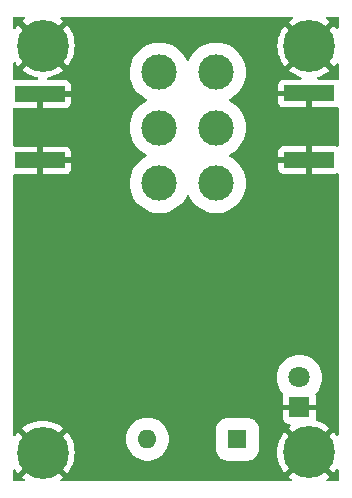
<source format=gbr>
%TF.GenerationSoftware,KiCad,Pcbnew,8.99.0-unknown-8e286d44fc~178~ubuntu22.04.1*%
%TF.CreationDate,2024-05-21T21:22:49+05:30*%
%TF.ProjectId,MiniSWR-Interface,4d696e69-5357-4522-9d49-6e7465726661,rev?*%
%TF.SameCoordinates,Original*%
%TF.FileFunction,Copper,L2,Bot*%
%TF.FilePolarity,Positive*%
%FSLAX46Y46*%
G04 Gerber Fmt 4.6, Leading zero omitted, Abs format (unit mm)*
G04 Created by KiCad (PCBNEW 8.99.0-unknown-8e286d44fc~178~ubuntu22.04.1) date 2024-05-21 21:22:49*
%MOMM*%
%LPD*%
G01*
G04 APERTURE LIST*
%TA.AperFunction,ComponentPad*%
%ADD10C,0.700000*%
%TD*%
%TA.AperFunction,ComponentPad*%
%ADD11C,4.400000*%
%TD*%
%TA.AperFunction,ComponentPad*%
%ADD12R,1.600000X1.600000*%
%TD*%
%TA.AperFunction,ComponentPad*%
%ADD13O,1.600000X1.600000*%
%TD*%
%TA.AperFunction,ComponentPad*%
%ADD14C,3.000000*%
%TD*%
%TA.AperFunction,SMDPad,CuDef*%
%ADD15R,4.200000X1.350000*%
%TD*%
%TA.AperFunction,ComponentPad*%
%ADD16R,1.800000X1.800000*%
%TD*%
%TA.AperFunction,ComponentPad*%
%ADD17C,1.800000*%
%TD*%
%TA.AperFunction,ViaPad*%
%ADD18C,0.800000*%
%TD*%
G04 APERTURE END LIST*
D10*
%TO.P,H4,1,1*%
%TO.N,GND*%
X118986726Y-102213274D03*
X119470000Y-101046548D03*
X119470000Y-103380000D03*
X120636726Y-100563274D03*
D11*
X120636726Y-102213274D03*
D10*
X120636726Y-103863274D03*
X121803452Y-101046548D03*
X121803452Y-103380000D03*
X122286726Y-102213274D03*
%TD*%
D12*
%TO.P,D1,1,K*%
%TO.N,Net-(D1-K)*%
X137133984Y-101070000D03*
D13*
%TO.P,D1,2,A*%
%TO.N,Net-(D1-A)*%
X129513984Y-101070000D03*
%TD*%
D14*
%TO.P,SW1,1,A*%
%TO.N,Net-(SW1A-A)*%
X130530000Y-70010000D03*
%TO.P,SW1,2,B*%
%TO.N,Net-(J1-In)*%
X130530000Y-74710000D03*
%TO.P,SW1,3,C*%
%TO.N,Net-(SW1A-C)*%
X130530000Y-79410000D03*
%TO.P,SW1,4,A*%
%TO.N,Net-(SW1A-A)*%
X135330000Y-70010000D03*
%TO.P,SW1,5,B*%
%TO.N,Net-(J2-In)*%
X135330000Y-74710000D03*
%TO.P,SW1,6,C*%
%TO.N,Net-(SW1B-C)*%
X135330000Y-79410000D03*
%TD*%
D10*
%TO.P,H3,1,1*%
%TO.N,GND*%
X141540000Y-102190000D03*
X142023274Y-101023274D03*
X142023274Y-103356726D03*
X143190000Y-100540000D03*
D11*
X143190000Y-102190000D03*
D10*
X143190000Y-103840000D03*
X144356726Y-101023274D03*
X144356726Y-103356726D03*
X144840000Y-102190000D03*
%TD*%
D15*
%TO.P,J2,2,Ext*%
%TO.N,GND*%
X143187500Y-77455000D03*
X143187500Y-71805000D03*
%TD*%
D10*
%TO.P,H1,1,1*%
%TO.N,GND*%
X118993274Y-67746726D03*
X119476548Y-66580000D03*
X119476548Y-68913452D03*
X120643274Y-66096726D03*
D11*
X120643274Y-67746726D03*
D10*
X120643274Y-69396726D03*
X121810000Y-66580000D03*
X121810000Y-68913452D03*
X122293274Y-67746726D03*
%TD*%
D16*
%TO.P,LED1,1,K*%
%TO.N,GND*%
X142380000Y-98390000D03*
D17*
%TO.P,LED1,2,A*%
%TO.N,Net-(LED1-A)*%
X142380000Y-95850000D03*
%TD*%
D15*
%TO.P,J1,2,Ext*%
%TO.N,GND*%
X120450000Y-71825000D03*
X120450000Y-77475000D03*
%TD*%
D10*
%TO.P,H2,1,1*%
%TO.N,GND*%
X141570000Y-67790000D03*
X142053274Y-66623274D03*
X142053274Y-68956726D03*
X143220000Y-66140000D03*
D11*
X143220000Y-67790000D03*
D10*
X143220000Y-69440000D03*
X144386726Y-66623274D03*
X144386726Y-68956726D03*
X144870000Y-67790000D03*
%TD*%
D18*
%TO.N,GND*%
X118960000Y-77480000D03*
X143500000Y-77450000D03*
X126010000Y-70640000D03*
X125360000Y-100330000D03*
X125380000Y-101420000D03*
X142410000Y-83730000D03*
X142380000Y-81540000D03*
X136020000Y-67110000D03*
X123870000Y-71720000D03*
X143510000Y-83730000D03*
X120050000Y-71850000D03*
X124890000Y-67400000D03*
X119900000Y-77470000D03*
X121200000Y-71850000D03*
X124890000Y-69520000D03*
X125380000Y-103540000D03*
X144400000Y-77400000D03*
X143500000Y-82630000D03*
X143600000Y-71850000D03*
X143480000Y-81540000D03*
X123790000Y-69520000D03*
X125950000Y-67410000D03*
X138210000Y-67080000D03*
X144540000Y-81550000D03*
X141600000Y-71800000D03*
X124870000Y-66310000D03*
X126450000Y-102530000D03*
X144570000Y-83740000D03*
X124950000Y-70630000D03*
X125950000Y-69530000D03*
X125960000Y-68510000D03*
X126440000Y-103550000D03*
X144600000Y-71850000D03*
X126030000Y-71730000D03*
X118950000Y-71850000D03*
X142400000Y-84750000D03*
X124280000Y-101420000D03*
X142550000Y-77450000D03*
X124970000Y-71720000D03*
X143500000Y-84750000D03*
X123790000Y-67400000D03*
X142600000Y-71850000D03*
X139230000Y-67090000D03*
X121850000Y-77440000D03*
X124280000Y-103540000D03*
X141650000Y-77450000D03*
X144560000Y-84760000D03*
X142400000Y-82630000D03*
X124260000Y-100330000D03*
X139240000Y-66030000D03*
X144560000Y-82640000D03*
X123850000Y-70630000D03*
X125390000Y-102520000D03*
X122150000Y-71850000D03*
X120910000Y-77480000D03*
X123770000Y-66310000D03*
X124900000Y-68500000D03*
X137120000Y-66030000D03*
X123800000Y-68500000D03*
X125930000Y-66320000D03*
X124290000Y-102520000D03*
X136030000Y-66050000D03*
X138220000Y-66020000D03*
X137110000Y-67090000D03*
%TD*%
%TA.AperFunction,Conductor*%
%TO.N,GND*%
G36*
X119797693Y-102929876D02*
G01*
X119920124Y-103052307D01*
X120053988Y-103149564D01*
X118911756Y-104291796D01*
X119086104Y-104428389D01*
X119126737Y-104485229D01*
X119130189Y-104555013D01*
X119095365Y-104615586D01*
X119033321Y-104647716D01*
X119009631Y-104650000D01*
X118259500Y-104650000D01*
X118192461Y-104630315D01*
X118146706Y-104577511D01*
X118135500Y-104526000D01*
X118135500Y-103739577D01*
X118155185Y-103672538D01*
X118207989Y-103626783D01*
X118277147Y-103616839D01*
X118340703Y-103645864D01*
X118365617Y-103675428D01*
X118410603Y-103749845D01*
X118410606Y-103749849D01*
X118558202Y-103938242D01*
X119700434Y-102796010D01*
X119797693Y-102929876D01*
G37*
%TD.AperFunction*%
%TA.AperFunction,Conductor*%
G36*
X141757880Y-65310185D02*
G01*
X141803635Y-65362989D01*
X141813579Y-65432147D01*
X141784554Y-65495703D01*
X141754991Y-65520617D01*
X141683422Y-65563881D01*
X141683416Y-65563886D01*
X141495030Y-65711474D01*
X141495029Y-65711476D01*
X142637262Y-66853709D01*
X142503398Y-66950967D01*
X142380967Y-67073398D01*
X142283709Y-67207262D01*
X141141476Y-66065029D01*
X141141474Y-66065030D01*
X140993886Y-66253416D01*
X140993881Y-66253422D01*
X140824898Y-66532956D01*
X140824897Y-66532958D01*
X140690839Y-66830824D01*
X140690835Y-66830835D01*
X140593667Y-67142658D01*
X140534786Y-67463961D01*
X140515065Y-67790000D01*
X140534786Y-68116038D01*
X140593667Y-68437341D01*
X140690835Y-68749164D01*
X140690839Y-68749175D01*
X140824897Y-69047041D01*
X140824898Y-69047043D01*
X140993881Y-69326576D01*
X141141476Y-69514968D01*
X142283708Y-68372736D01*
X142380967Y-68506602D01*
X142503398Y-68629033D01*
X142637262Y-68726290D01*
X141495030Y-69868522D01*
X141495030Y-69868523D01*
X141683423Y-70016118D01*
X141962956Y-70185101D01*
X141962958Y-70185102D01*
X142260824Y-70319160D01*
X142260835Y-70319164D01*
X142480500Y-70387615D01*
X142538648Y-70426352D01*
X142566622Y-70490378D01*
X142555540Y-70559363D01*
X142508922Y-70611406D01*
X142443610Y-70630000D01*
X141039655Y-70630000D01*
X140980127Y-70636401D01*
X140980120Y-70636403D01*
X140845413Y-70686645D01*
X140845406Y-70686649D01*
X140730312Y-70772809D01*
X140730309Y-70772812D01*
X140644149Y-70887906D01*
X140644145Y-70887913D01*
X140593903Y-71022620D01*
X140593901Y-71022627D01*
X140587500Y-71082155D01*
X140587500Y-71555000D01*
X143313500Y-71555000D01*
X143380539Y-71574685D01*
X143426294Y-71627489D01*
X143437500Y-71679000D01*
X143437500Y-72980000D01*
X145335328Y-72980000D01*
X145335344Y-72979999D01*
X145394872Y-72973598D01*
X145394879Y-72973596D01*
X145532667Y-72922205D01*
X145602358Y-72917221D01*
X145663681Y-72950706D01*
X145697166Y-73012029D01*
X145700000Y-73038387D01*
X145700000Y-76221612D01*
X145680315Y-76288651D01*
X145627511Y-76334406D01*
X145558353Y-76344350D01*
X145532667Y-76337794D01*
X145394880Y-76286403D01*
X145394872Y-76286401D01*
X145335344Y-76280000D01*
X143437500Y-76280000D01*
X143437500Y-78630000D01*
X145335328Y-78630000D01*
X145335344Y-78629999D01*
X145394872Y-78623598D01*
X145394879Y-78623596D01*
X145532667Y-78572205D01*
X145602358Y-78567221D01*
X145663681Y-78600706D01*
X145697166Y-78662029D01*
X145700000Y-78688387D01*
X145700000Y-100678210D01*
X145680315Y-100745249D01*
X145627511Y-100791004D01*
X145558353Y-100800948D01*
X145494797Y-100771923D01*
X145469883Y-100742360D01*
X145416118Y-100653423D01*
X145268522Y-100465030D01*
X144126290Y-101607261D01*
X144029033Y-101473398D01*
X143906602Y-101350967D01*
X143772736Y-101253709D01*
X144914968Y-100111476D01*
X144726576Y-99963881D01*
X144447043Y-99794898D01*
X144447041Y-99794897D01*
X144149175Y-99660839D01*
X144149168Y-99660836D01*
X143849742Y-99567531D01*
X143791595Y-99528793D01*
X143763621Y-99464768D01*
X143770452Y-99405810D01*
X143773597Y-99397377D01*
X143773598Y-99397372D01*
X143779999Y-99337844D01*
X143780000Y-99337827D01*
X143780000Y-98640000D01*
X142755278Y-98640000D01*
X142799333Y-98563694D01*
X142830000Y-98449244D01*
X142830000Y-98330756D01*
X142799333Y-98216306D01*
X142755278Y-98140000D01*
X143780000Y-98140000D01*
X143780000Y-97442172D01*
X143779999Y-97442155D01*
X143773598Y-97382627D01*
X143773597Y-97382623D01*
X143742800Y-97300052D01*
X143737816Y-97230360D01*
X143771299Y-97169039D01*
X143832093Y-97108246D01*
X143996380Y-96888785D01*
X144127762Y-96648176D01*
X144223565Y-96391320D01*
X144281838Y-96123443D01*
X144301395Y-95850000D01*
X144281838Y-95576557D01*
X144223565Y-95308680D01*
X144127762Y-95051824D01*
X144127760Y-95051821D01*
X144127759Y-95051817D01*
X143996383Y-94811220D01*
X143996382Y-94811219D01*
X143996380Y-94811215D01*
X143832093Y-94591754D01*
X143832088Y-94591749D01*
X143832083Y-94591743D01*
X143638256Y-94397916D01*
X143638250Y-94397911D01*
X143638246Y-94397907D01*
X143418785Y-94233620D01*
X143418780Y-94233617D01*
X143418779Y-94233616D01*
X143178181Y-94102240D01*
X143178182Y-94102240D01*
X143075433Y-94063916D01*
X142921320Y-94006435D01*
X142921317Y-94006434D01*
X142921311Y-94006432D01*
X142653448Y-93948162D01*
X142380001Y-93928605D01*
X142379999Y-93928605D01*
X142106551Y-93948162D01*
X141838688Y-94006432D01*
X141581817Y-94102240D01*
X141341220Y-94233616D01*
X141341219Y-94233617D01*
X141121755Y-94397906D01*
X141121743Y-94397916D01*
X140927916Y-94591743D01*
X140927906Y-94591755D01*
X140763617Y-94811219D01*
X140763616Y-94811220D01*
X140632240Y-95051817D01*
X140536432Y-95308688D01*
X140478162Y-95576551D01*
X140458605Y-95849998D01*
X140458605Y-95850001D01*
X140478162Y-96123448D01*
X140536432Y-96391311D01*
X140632240Y-96648182D01*
X140763616Y-96888779D01*
X140763617Y-96888780D01*
X140763620Y-96888785D01*
X140927907Y-97108246D01*
X140988699Y-97169038D01*
X141022183Y-97230359D01*
X141017199Y-97300050D01*
X140986403Y-97382617D01*
X140986401Y-97382627D01*
X140980000Y-97442155D01*
X140980000Y-98140000D01*
X142004722Y-98140000D01*
X141960667Y-98216306D01*
X141930000Y-98330756D01*
X141930000Y-98449244D01*
X141960667Y-98563694D01*
X142004722Y-98640000D01*
X140980000Y-98640000D01*
X140980000Y-99337844D01*
X140986401Y-99397372D01*
X140986403Y-99397379D01*
X141036645Y-99532086D01*
X141036649Y-99532093D01*
X141122809Y-99647187D01*
X141122812Y-99647190D01*
X141237906Y-99733350D01*
X141237913Y-99733354D01*
X141372620Y-99783596D01*
X141372627Y-99783598D01*
X141432155Y-99789999D01*
X141432172Y-99790000D01*
X141516027Y-99790000D01*
X141583066Y-99809685D01*
X141628821Y-99862489D01*
X141638765Y-99931647D01*
X141609740Y-99995203D01*
X141592499Y-100011611D01*
X141465030Y-100111474D01*
X141465029Y-100111476D01*
X142607262Y-101253709D01*
X142473398Y-101350967D01*
X142350967Y-101473398D01*
X142253709Y-101607262D01*
X141111476Y-100465029D01*
X141111474Y-100465030D01*
X140963886Y-100653416D01*
X140963881Y-100653422D01*
X140794898Y-100932956D01*
X140794897Y-100932958D01*
X140660839Y-101230824D01*
X140660835Y-101230835D01*
X140563667Y-101542658D01*
X140504786Y-101863961D01*
X140485065Y-102190000D01*
X140504786Y-102516038D01*
X140563667Y-102837341D01*
X140660835Y-103149164D01*
X140660839Y-103149175D01*
X140794897Y-103447041D01*
X140794898Y-103447043D01*
X140963881Y-103726576D01*
X141111476Y-103914968D01*
X142253708Y-102772736D01*
X142350967Y-102906602D01*
X142473398Y-103029033D01*
X142607262Y-103126290D01*
X141465030Y-104268522D01*
X141465030Y-104268523D01*
X141653424Y-104416119D01*
X141653428Y-104416122D01*
X141659649Y-104419883D01*
X141706837Y-104471410D01*
X141718676Y-104540270D01*
X141691408Y-104604599D01*
X141633689Y-104643973D01*
X141595500Y-104650000D01*
X122263822Y-104650000D01*
X122196783Y-104630315D01*
X122151028Y-104577511D01*
X122141084Y-104508353D01*
X122170109Y-104444797D01*
X122187349Y-104428389D01*
X122361694Y-104291797D01*
X122361694Y-104291796D01*
X121219463Y-103149564D01*
X121353328Y-103052307D01*
X121475759Y-102929876D01*
X121573016Y-102796011D01*
X122715248Y-103938242D01*
X122715249Y-103938242D01*
X122862838Y-103749860D01*
X123031827Y-103470317D01*
X123031828Y-103470315D01*
X123165886Y-103172449D01*
X123165890Y-103172438D01*
X123263058Y-102860615D01*
X123321939Y-102539312D01*
X123341660Y-102213274D01*
X123321939Y-101887235D01*
X123263058Y-101565932D01*
X123165890Y-101254109D01*
X123165886Y-101254098D01*
X123083028Y-101069995D01*
X127692390Y-101069995D01*
X127692390Y-101070004D01*
X127712735Y-101341492D01*
X127712735Y-101341494D01*
X127773314Y-101606910D01*
X127773316Y-101606919D01*
X127773318Y-101606924D01*
X127872785Y-101860360D01*
X128008912Y-102096140D01*
X128083762Y-102189999D01*
X128178664Y-102309003D01*
X128317119Y-102437469D01*
X128378239Y-102494180D01*
X128603187Y-102647547D01*
X128603192Y-102647549D01*
X128603193Y-102647550D01*
X128603194Y-102647551D01*
X128733469Y-102710287D01*
X128848477Y-102765672D01*
X128848478Y-102765672D01*
X128848481Y-102765674D01*
X129108641Y-102845923D01*
X129108642Y-102845923D01*
X129108645Y-102845924D01*
X129377848Y-102886499D01*
X129377853Y-102886499D01*
X129377856Y-102886500D01*
X129377857Y-102886500D01*
X129650111Y-102886500D01*
X129650112Y-102886500D01*
X129650119Y-102886499D01*
X129919322Y-102845924D01*
X129919323Y-102845923D01*
X129919327Y-102845923D01*
X130179487Y-102765674D01*
X130424781Y-102647547D01*
X130649729Y-102494180D01*
X130849307Y-102308999D01*
X131019056Y-102096140D01*
X131155183Y-101860360D01*
X131254650Y-101606924D01*
X131315232Y-101341494D01*
X131330305Y-101140360D01*
X131335578Y-101070004D01*
X131335578Y-101069995D01*
X131315232Y-100798507D01*
X131315232Y-100798505D01*
X131254653Y-100533089D01*
X131254652Y-100533088D01*
X131254650Y-100533076D01*
X131155183Y-100279640D01*
X131120788Y-100220066D01*
X135317484Y-100220066D01*
X135317484Y-101919934D01*
X135321006Y-101955690D01*
X135332192Y-102069271D01*
X135390317Y-102260881D01*
X135484702Y-102437463D01*
X135484704Y-102437465D01*
X135484706Y-102437469D01*
X135531247Y-102494180D01*
X135611731Y-102592252D01*
X135664463Y-102635527D01*
X135766515Y-102719278D01*
X135766518Y-102719280D01*
X135766520Y-102719281D01*
X135898450Y-102789799D01*
X135943104Y-102813667D01*
X136134715Y-102871792D01*
X136284050Y-102886500D01*
X136284053Y-102886500D01*
X137983915Y-102886500D01*
X137983918Y-102886500D01*
X138133253Y-102871792D01*
X138324864Y-102813667D01*
X138501453Y-102719278D01*
X138656236Y-102592252D01*
X138783262Y-102437469D01*
X138877651Y-102260880D01*
X138935776Y-102069269D01*
X138950484Y-101919934D01*
X138950484Y-100220066D01*
X138935776Y-100070731D01*
X138877651Y-99879120D01*
X138830015Y-99789999D01*
X138783265Y-99702536D01*
X138783264Y-99702534D01*
X138783262Y-99702531D01*
X138688401Y-99586941D01*
X138656236Y-99547747D01*
X138575785Y-99481724D01*
X138501453Y-99420722D01*
X138501449Y-99420720D01*
X138501447Y-99420718D01*
X138324865Y-99326333D01*
X138133255Y-99268208D01*
X138073519Y-99262324D01*
X137983918Y-99253500D01*
X136284050Y-99253500D01*
X136209382Y-99260854D01*
X136134712Y-99268208D01*
X135943102Y-99326333D01*
X135766520Y-99420718D01*
X135611731Y-99547747D01*
X135484702Y-99702536D01*
X135390317Y-99879118D01*
X135332192Y-100070728D01*
X135332192Y-100070731D01*
X135317484Y-100220066D01*
X131120788Y-100220066D01*
X131019056Y-100043860D01*
X130849307Y-99831001D01*
X130849306Y-99831000D01*
X130849303Y-99830996D01*
X130649729Y-99645820D01*
X130534900Y-99567531D01*
X130424781Y-99492453D01*
X130424777Y-99492451D01*
X130424774Y-99492449D01*
X130424773Y-99492448D01*
X130179489Y-99374327D01*
X130179491Y-99374327D01*
X129919328Y-99294077D01*
X129919322Y-99294075D01*
X129650119Y-99253500D01*
X129650112Y-99253500D01*
X129377856Y-99253500D01*
X129377848Y-99253500D01*
X129108645Y-99294075D01*
X129108639Y-99294077D01*
X128848477Y-99374327D01*
X128603194Y-99492448D01*
X128603193Y-99492449D01*
X128378238Y-99645820D01*
X128178664Y-99830996D01*
X128008912Y-100043860D01*
X127872785Y-100279639D01*
X127773320Y-100533070D01*
X127773314Y-100533089D01*
X127712735Y-100798505D01*
X127712735Y-100798507D01*
X127692390Y-101069995D01*
X123083028Y-101069995D01*
X123031828Y-100956232D01*
X123031827Y-100956230D01*
X122862844Y-100676697D01*
X122715248Y-100488304D01*
X121573016Y-101630536D01*
X121475759Y-101496672D01*
X121353328Y-101374241D01*
X121219462Y-101276983D01*
X122361694Y-100134750D01*
X122173302Y-99987155D01*
X121893769Y-99818172D01*
X121893767Y-99818171D01*
X121595901Y-99684113D01*
X121595890Y-99684109D01*
X121284067Y-99586941D01*
X120962764Y-99528060D01*
X120636726Y-99508339D01*
X120310687Y-99528060D01*
X119989384Y-99586941D01*
X119677561Y-99684109D01*
X119677550Y-99684113D01*
X119379684Y-99818171D01*
X119379682Y-99818172D01*
X119100148Y-99987155D01*
X119100142Y-99987160D01*
X118911756Y-100134748D01*
X118911755Y-100134750D01*
X120053988Y-101276983D01*
X119920124Y-101374241D01*
X119797693Y-101496672D01*
X119700435Y-101630536D01*
X118558202Y-100488303D01*
X118558200Y-100488304D01*
X118410612Y-100676690D01*
X118410607Y-100676696D01*
X118365617Y-100751120D01*
X118314089Y-100798307D01*
X118245230Y-100810146D01*
X118180901Y-100782877D01*
X118141527Y-100725159D01*
X118135500Y-100686970D01*
X118135500Y-78770126D01*
X118155185Y-78703087D01*
X118207989Y-78657332D01*
X118272760Y-78646837D01*
X118302165Y-78649999D01*
X118302172Y-78650000D01*
X120200000Y-78650000D01*
X120700000Y-78650000D01*
X122597828Y-78650000D01*
X122597844Y-78649999D01*
X122657372Y-78643598D01*
X122657379Y-78643596D01*
X122792086Y-78593354D01*
X122792093Y-78593350D01*
X122907187Y-78507190D01*
X122907190Y-78507187D01*
X122993350Y-78392093D01*
X122993354Y-78392086D01*
X123043596Y-78257379D01*
X123043598Y-78257372D01*
X123049999Y-78197844D01*
X123050000Y-78197827D01*
X123050000Y-77725000D01*
X120700000Y-77725000D01*
X120700000Y-78650000D01*
X120200000Y-78650000D01*
X120200000Y-77225000D01*
X120700000Y-77225000D01*
X123050000Y-77225000D01*
X123050000Y-76752172D01*
X123049999Y-76752155D01*
X123043598Y-76692627D01*
X123043596Y-76692620D01*
X122993354Y-76557913D01*
X122993350Y-76557906D01*
X122907190Y-76442812D01*
X122907187Y-76442809D01*
X122792093Y-76356649D01*
X122792086Y-76356645D01*
X122657379Y-76306403D01*
X122657372Y-76306401D01*
X122597844Y-76300000D01*
X120700000Y-76300000D01*
X120700000Y-77225000D01*
X120200000Y-77225000D01*
X120200000Y-76300000D01*
X118302155Y-76300000D01*
X118272756Y-76303162D01*
X118203997Y-76290758D01*
X118152859Y-76243148D01*
X118135500Y-76179873D01*
X118135500Y-73120126D01*
X118155185Y-73053087D01*
X118207989Y-73007332D01*
X118272760Y-72996837D01*
X118302165Y-72999999D01*
X118302172Y-73000000D01*
X120200000Y-73000000D01*
X120700000Y-73000000D01*
X122597828Y-73000000D01*
X122597844Y-72999999D01*
X122657372Y-72993598D01*
X122657379Y-72993596D01*
X122792086Y-72943354D01*
X122792093Y-72943350D01*
X122907187Y-72857190D01*
X122907190Y-72857187D01*
X122993350Y-72742093D01*
X122993354Y-72742086D01*
X123043596Y-72607379D01*
X123043598Y-72607372D01*
X123049999Y-72547844D01*
X123050000Y-72547827D01*
X123050000Y-72075000D01*
X120700000Y-72075000D01*
X120700000Y-73000000D01*
X120200000Y-73000000D01*
X120200000Y-71699000D01*
X120219685Y-71631961D01*
X120272489Y-71586206D01*
X120324000Y-71575000D01*
X123050000Y-71575000D01*
X123050000Y-71102172D01*
X123049999Y-71102155D01*
X123043598Y-71042627D01*
X123043596Y-71042620D01*
X122993354Y-70907913D01*
X122993350Y-70907906D01*
X122907190Y-70792812D01*
X122907187Y-70792809D01*
X122792093Y-70706649D01*
X122792086Y-70706645D01*
X122657379Y-70656403D01*
X122657372Y-70656401D01*
X122597844Y-70650000D01*
X121143957Y-70650000D01*
X121076918Y-70630315D01*
X121031163Y-70577511D01*
X121021219Y-70508353D01*
X121050244Y-70444797D01*
X121109022Y-70407023D01*
X121121605Y-70404031D01*
X121290615Y-70373058D01*
X121602438Y-70275890D01*
X121602449Y-70275886D01*
X121900315Y-70141828D01*
X121900317Y-70141827D01*
X122118396Y-70009994D01*
X128008524Y-70009994D01*
X128008524Y-70010005D01*
X128028405Y-70326014D01*
X128028406Y-70326021D01*
X128028407Y-70326025D01*
X128072918Y-70559363D01*
X128087742Y-70637070D01*
X128185591Y-70938218D01*
X128185593Y-70938223D01*
X128320412Y-71224726D01*
X128320415Y-71224732D01*
X128490079Y-71492081D01*
X128490082Y-71492085D01*
X128490083Y-71492086D01*
X128661257Y-71699000D01*
X128691928Y-71736075D01*
X128922749Y-71952829D01*
X128922759Y-71952837D01*
X129178914Y-72138945D01*
X129178932Y-72138957D01*
X129383353Y-72251338D01*
X129432617Y-72300884D01*
X129447274Y-72369199D01*
X129422671Y-72434594D01*
X129383353Y-72468662D01*
X129178932Y-72581042D01*
X129178914Y-72581054D01*
X128922759Y-72767162D01*
X128922749Y-72767170D01*
X128691928Y-72983924D01*
X128490079Y-73227918D01*
X128320415Y-73495267D01*
X128320412Y-73495273D01*
X128185593Y-73781776D01*
X128185591Y-73781781D01*
X128087742Y-74082929D01*
X128028406Y-74393978D01*
X128028405Y-74393985D01*
X128008524Y-74709994D01*
X128008524Y-74710005D01*
X128028405Y-75026014D01*
X128028406Y-75026021D01*
X128087742Y-75337070D01*
X128185591Y-75638218D01*
X128185593Y-75638223D01*
X128320412Y-75924726D01*
X128320415Y-75924732D01*
X128490079Y-76192081D01*
X128490082Y-76192085D01*
X128490083Y-76192086D01*
X128609676Y-76336649D01*
X128691928Y-76436075D01*
X128922749Y-76652829D01*
X128922759Y-76652837D01*
X129178914Y-76838945D01*
X129178932Y-76838957D01*
X129383353Y-76951338D01*
X129432617Y-77000884D01*
X129447274Y-77069199D01*
X129422671Y-77134594D01*
X129383353Y-77168662D01*
X129178932Y-77281042D01*
X129178914Y-77281054D01*
X128922759Y-77467162D01*
X128922749Y-77467170D01*
X128691928Y-77683924D01*
X128490079Y-77927918D01*
X128320415Y-78195267D01*
X128320412Y-78195273D01*
X128185593Y-78481776D01*
X128185591Y-78481781D01*
X128087742Y-78782929D01*
X128028406Y-79093978D01*
X128028405Y-79093985D01*
X128008524Y-79409994D01*
X128008524Y-79410005D01*
X128028405Y-79726014D01*
X128028406Y-79726021D01*
X128087742Y-80037070D01*
X128185591Y-80338218D01*
X128185593Y-80338223D01*
X128320412Y-80624726D01*
X128320415Y-80624732D01*
X128490079Y-80892081D01*
X128691928Y-81136075D01*
X128922749Y-81352829D01*
X128922759Y-81352837D01*
X129178914Y-81538945D01*
X129178920Y-81538948D01*
X129178926Y-81538953D01*
X129456408Y-81691500D01*
X129456416Y-81691504D01*
X129743786Y-81805280D01*
X129750821Y-81808066D01*
X130057523Y-81886814D01*
X130123423Y-81895139D01*
X130371663Y-81926499D01*
X130371672Y-81926499D01*
X130371675Y-81926500D01*
X130371677Y-81926500D01*
X130688323Y-81926500D01*
X130688325Y-81926500D01*
X130688328Y-81926499D01*
X130688336Y-81926499D01*
X130875792Y-81902817D01*
X131002477Y-81886814D01*
X131309179Y-81808066D01*
X131452868Y-81751175D01*
X131603583Y-81691504D01*
X131603587Y-81691501D01*
X131603592Y-81691500D01*
X131881074Y-81538953D01*
X132137249Y-81352831D01*
X132368077Y-81136069D01*
X132569917Y-80892086D01*
X132739586Y-80624730D01*
X132817802Y-80458510D01*
X132864157Y-80406236D01*
X132931417Y-80387318D01*
X132998227Y-80407767D01*
X133042197Y-80458510D01*
X133120414Y-80624730D01*
X133120416Y-80624733D01*
X133120417Y-80624735D01*
X133290079Y-80892081D01*
X133491928Y-81136075D01*
X133722749Y-81352829D01*
X133722759Y-81352837D01*
X133978914Y-81538945D01*
X133978920Y-81538948D01*
X133978926Y-81538953D01*
X134256408Y-81691500D01*
X134256416Y-81691504D01*
X134543786Y-81805280D01*
X134550821Y-81808066D01*
X134857523Y-81886814D01*
X134923423Y-81895139D01*
X135171663Y-81926499D01*
X135171672Y-81926499D01*
X135171675Y-81926500D01*
X135171677Y-81926500D01*
X135488323Y-81926500D01*
X135488325Y-81926500D01*
X135488328Y-81926499D01*
X135488336Y-81926499D01*
X135675792Y-81902817D01*
X135802477Y-81886814D01*
X136109179Y-81808066D01*
X136252868Y-81751175D01*
X136403583Y-81691504D01*
X136403587Y-81691501D01*
X136403592Y-81691500D01*
X136681074Y-81538953D01*
X136937249Y-81352831D01*
X137168077Y-81136069D01*
X137369917Y-80892086D01*
X137539586Y-80624730D01*
X137674409Y-80338217D01*
X137772259Y-80037066D01*
X137831593Y-79726025D01*
X137851476Y-79410000D01*
X137831593Y-79093975D01*
X137772259Y-78782934D01*
X137674409Y-78481783D01*
X137539586Y-78195270D01*
X137528527Y-78177844D01*
X140587500Y-78177844D01*
X140593901Y-78237372D01*
X140593903Y-78237379D01*
X140644145Y-78372086D01*
X140644149Y-78372093D01*
X140730309Y-78487187D01*
X140730312Y-78487190D01*
X140845406Y-78573350D01*
X140845413Y-78573354D01*
X140980120Y-78623596D01*
X140980127Y-78623598D01*
X141039655Y-78629999D01*
X141039672Y-78630000D01*
X142937500Y-78630000D01*
X142937500Y-77705000D01*
X140587500Y-77705000D01*
X140587500Y-78177844D01*
X137528527Y-78177844D01*
X137369917Y-77927914D01*
X137168077Y-77683931D01*
X137168076Y-77683930D01*
X137168071Y-77683924D01*
X136937250Y-77467170D01*
X136937240Y-77467162D01*
X136681085Y-77281054D01*
X136681067Y-77281043D01*
X136476646Y-77168662D01*
X136427382Y-77119116D01*
X136412725Y-77050801D01*
X136437328Y-76985407D01*
X136476646Y-76951338D01*
X136681074Y-76838953D01*
X136828069Y-76732155D01*
X140587500Y-76732155D01*
X140587500Y-77205000D01*
X142937500Y-77205000D01*
X142937500Y-76280000D01*
X141039655Y-76280000D01*
X140980127Y-76286401D01*
X140980120Y-76286403D01*
X140845413Y-76336645D01*
X140845406Y-76336649D01*
X140730312Y-76422809D01*
X140730309Y-76422812D01*
X140644149Y-76537906D01*
X140644145Y-76537913D01*
X140593903Y-76672620D01*
X140593901Y-76672627D01*
X140587500Y-76732155D01*
X136828069Y-76732155D01*
X136937249Y-76652831D01*
X137108912Y-76491628D01*
X137168071Y-76436075D01*
X137168072Y-76436073D01*
X137168077Y-76436069D01*
X137369917Y-76192086D01*
X137539586Y-75924730D01*
X137674409Y-75638217D01*
X137772259Y-75337066D01*
X137831593Y-75026025D01*
X137851476Y-74710000D01*
X137831593Y-74393975D01*
X137772259Y-74082934D01*
X137674409Y-73781783D01*
X137539586Y-73495270D01*
X137369917Y-73227914D01*
X137168077Y-72983931D01*
X137168076Y-72983930D01*
X137168071Y-72983924D01*
X136937250Y-72767170D01*
X136937240Y-72767162D01*
X136681085Y-72581054D01*
X136681067Y-72581043D01*
X136584298Y-72527844D01*
X140587500Y-72527844D01*
X140593901Y-72587372D01*
X140593903Y-72587379D01*
X140644145Y-72722086D01*
X140644149Y-72722093D01*
X140730309Y-72837187D01*
X140730312Y-72837190D01*
X140845406Y-72923350D01*
X140845413Y-72923354D01*
X140980120Y-72973596D01*
X140980127Y-72973598D01*
X141039655Y-72979999D01*
X141039672Y-72980000D01*
X142937500Y-72980000D01*
X142937500Y-72055000D01*
X140587500Y-72055000D01*
X140587500Y-72527844D01*
X136584298Y-72527844D01*
X136476646Y-72468662D01*
X136427382Y-72419116D01*
X136412725Y-72350801D01*
X136437328Y-72285407D01*
X136476646Y-72251338D01*
X136681074Y-72138953D01*
X136937249Y-71952831D01*
X137168077Y-71736069D01*
X137369917Y-71492086D01*
X137539586Y-71224730D01*
X137674409Y-70938217D01*
X137772259Y-70637066D01*
X137831593Y-70326025D01*
X137832025Y-70319160D01*
X137851476Y-70010005D01*
X137851476Y-70009994D01*
X137831594Y-69693985D01*
X137831593Y-69693978D01*
X137831593Y-69693975D01*
X137772259Y-69382934D01*
X137674409Y-69081783D01*
X137637697Y-69003767D01*
X137617801Y-68961486D01*
X137539586Y-68795270D01*
X137434089Y-68629033D01*
X137369920Y-68527918D01*
X137294988Y-68437341D01*
X137168077Y-68283931D01*
X137168076Y-68283930D01*
X137168071Y-68283924D01*
X136937250Y-68067170D01*
X136937240Y-68067162D01*
X136681085Y-67881054D01*
X136681067Y-67881043D01*
X136403591Y-67728499D01*
X136403583Y-67728495D01*
X136109183Y-67611935D01*
X136079970Y-67604434D01*
X135802477Y-67533186D01*
X135802474Y-67533185D01*
X135802467Y-67533184D01*
X135488336Y-67493500D01*
X135488325Y-67493500D01*
X135171675Y-67493500D01*
X135171663Y-67493500D01*
X134857532Y-67533184D01*
X134857523Y-67533186D01*
X134550816Y-67611935D01*
X134256416Y-67728495D01*
X134256408Y-67728499D01*
X133978932Y-67881043D01*
X133978914Y-67881054D01*
X133722759Y-68067162D01*
X133722749Y-68067170D01*
X133491928Y-68283924D01*
X133290079Y-68527918D01*
X133120415Y-68795267D01*
X133120412Y-68795273D01*
X133042198Y-68961486D01*
X132995843Y-69013764D01*
X132928583Y-69032681D01*
X132861773Y-69012232D01*
X132817802Y-68961486D01*
X132763799Y-68846726D01*
X132739586Y-68795270D01*
X132634089Y-68629033D01*
X132569920Y-68527918D01*
X132494988Y-68437341D01*
X132368077Y-68283931D01*
X132368076Y-68283930D01*
X132368071Y-68283924D01*
X132137250Y-68067170D01*
X132137240Y-68067162D01*
X131881085Y-67881054D01*
X131881067Y-67881043D01*
X131603591Y-67728499D01*
X131603583Y-67728495D01*
X131309183Y-67611935D01*
X131279970Y-67604434D01*
X131002477Y-67533186D01*
X131002474Y-67533185D01*
X131002467Y-67533184D01*
X130688336Y-67493500D01*
X130688325Y-67493500D01*
X130371675Y-67493500D01*
X130371663Y-67493500D01*
X130057532Y-67533184D01*
X130057523Y-67533186D01*
X129750816Y-67611935D01*
X129456416Y-67728495D01*
X129456408Y-67728499D01*
X129178932Y-67881043D01*
X129178914Y-67881054D01*
X128922759Y-68067162D01*
X128922749Y-68067170D01*
X128691928Y-68283924D01*
X128490079Y-68527918D01*
X128320415Y-68795267D01*
X128320412Y-68795273D01*
X128185593Y-69081776D01*
X128185591Y-69081781D01*
X128087742Y-69382929D01*
X128028406Y-69693978D01*
X128028405Y-69693985D01*
X128008524Y-70009994D01*
X122118396Y-70009994D01*
X122179860Y-69972838D01*
X122368242Y-69825249D01*
X122368242Y-69825248D01*
X121226011Y-68683016D01*
X121359876Y-68585759D01*
X121482307Y-68463328D01*
X121579564Y-68329463D01*
X122721796Y-69471694D01*
X122721797Y-69471694D01*
X122869386Y-69283312D01*
X123038375Y-69003769D01*
X123038376Y-69003767D01*
X123172434Y-68705901D01*
X123172438Y-68705890D01*
X123269606Y-68394067D01*
X123328487Y-68072764D01*
X123348208Y-67746726D01*
X123328487Y-67420687D01*
X123269606Y-67099384D01*
X123172438Y-66787561D01*
X123172434Y-66787550D01*
X123038376Y-66489684D01*
X123038375Y-66489682D01*
X122869392Y-66210149D01*
X122721796Y-66021756D01*
X121579564Y-67163988D01*
X121482307Y-67030124D01*
X121359876Y-66907693D01*
X121226010Y-66810435D01*
X122368242Y-65668202D01*
X122179849Y-65520606D01*
X122176765Y-65518477D01*
X122177256Y-65517765D01*
X122132680Y-65469090D01*
X122120841Y-65400231D01*
X122148109Y-65335902D01*
X122205828Y-65296527D01*
X122244017Y-65290500D01*
X141690841Y-65290500D01*
X141757880Y-65310185D01*
G37*
%TD.AperFunction*%
%TA.AperFunction,Conductor*%
G36*
X145268522Y-103914968D02*
G01*
X145268523Y-103914968D01*
X145416111Y-103726586D01*
X145469883Y-103637638D01*
X145521411Y-103590451D01*
X145590270Y-103578612D01*
X145654599Y-103605881D01*
X145693973Y-103663599D01*
X145700000Y-103701788D01*
X145700000Y-104526000D01*
X145680315Y-104593039D01*
X145627511Y-104638794D01*
X145576000Y-104650000D01*
X144784498Y-104650000D01*
X144717459Y-104630315D01*
X144671704Y-104577511D01*
X144661760Y-104508353D01*
X144690785Y-104444797D01*
X144720350Y-104419882D01*
X144726585Y-104416112D01*
X144914968Y-104268523D01*
X144914968Y-104268522D01*
X143772737Y-103126290D01*
X143906602Y-103029033D01*
X144029033Y-102906602D01*
X144126290Y-102772736D01*
X145268522Y-103914968D01*
G37*
%TD.AperFunction*%
%TA.AperFunction,Conductor*%
G36*
X145298522Y-69514968D02*
G01*
X145298523Y-69514968D01*
X145446113Y-69326583D01*
X145446115Y-69326582D01*
X145469883Y-69287265D01*
X145521410Y-69240077D01*
X145590270Y-69228238D01*
X145654599Y-69255506D01*
X145693973Y-69313225D01*
X145700000Y-69351414D01*
X145700000Y-70571612D01*
X145680315Y-70638651D01*
X145627511Y-70684406D01*
X145558353Y-70694350D01*
X145532667Y-70687794D01*
X145394880Y-70636403D01*
X145394872Y-70636401D01*
X145335344Y-70630000D01*
X143996390Y-70630000D01*
X143929351Y-70610315D01*
X143883596Y-70557511D01*
X143873652Y-70488353D01*
X143902677Y-70424797D01*
X143959500Y-70387615D01*
X144179164Y-70319164D01*
X144179175Y-70319160D01*
X144477041Y-70185102D01*
X144477043Y-70185101D01*
X144756586Y-70016112D01*
X144944968Y-69868523D01*
X144944968Y-69868522D01*
X143802737Y-68726290D01*
X143936602Y-68629033D01*
X144059033Y-68506602D01*
X144156290Y-68372736D01*
X145298522Y-69514968D01*
G37*
%TD.AperFunction*%
%TA.AperFunction,Conductor*%
G36*
X119804241Y-68463328D02*
G01*
X119926672Y-68585759D01*
X120060536Y-68683016D01*
X118918304Y-69825248D01*
X118918304Y-69825249D01*
X119106697Y-69972844D01*
X119386230Y-70141827D01*
X119386232Y-70141828D01*
X119684098Y-70275886D01*
X119684109Y-70275890D01*
X119995932Y-70373058D01*
X120164943Y-70404031D01*
X120227336Y-70435477D01*
X120262823Y-70495664D01*
X120260137Y-70565482D01*
X120220132Y-70622765D01*
X120155507Y-70649325D01*
X120142591Y-70650000D01*
X118302155Y-70650000D01*
X118272756Y-70653162D01*
X118203997Y-70640758D01*
X118152859Y-70593148D01*
X118135500Y-70529873D01*
X118135500Y-69262197D01*
X118155185Y-69195158D01*
X118207989Y-69149403D01*
X118277147Y-69139459D01*
X118340703Y-69168484D01*
X118365617Y-69198048D01*
X118417151Y-69283297D01*
X118417154Y-69283301D01*
X118564750Y-69471694D01*
X119706982Y-68329462D01*
X119804241Y-68463328D01*
G37*
%TD.AperFunction*%
%TA.AperFunction,Conductor*%
G36*
X145643039Y-65310185D02*
G01*
X145688794Y-65362989D01*
X145700000Y-65414500D01*
X145700000Y-66228584D01*
X145680315Y-66295623D01*
X145627511Y-66341378D01*
X145558353Y-66351322D01*
X145494797Y-66322297D01*
X145469883Y-66292734D01*
X145446118Y-66253423D01*
X145298522Y-66065030D01*
X144156290Y-67207261D01*
X144059033Y-67073398D01*
X143936602Y-66950967D01*
X143802736Y-66853709D01*
X144944968Y-65711476D01*
X144756576Y-65563881D01*
X144685009Y-65520617D01*
X144637822Y-65469089D01*
X144625983Y-65400230D01*
X144653252Y-65335901D01*
X144710970Y-65296527D01*
X144749159Y-65290500D01*
X145576000Y-65290500D01*
X145643039Y-65310185D01*
G37*
%TD.AperFunction*%
%TA.AperFunction,Conductor*%
G36*
X119109570Y-65310185D02*
G01*
X119155325Y-65362989D01*
X119165269Y-65432147D01*
X119136244Y-65495703D01*
X119109575Y-65518176D01*
X119109783Y-65518477D01*
X119106690Y-65520612D01*
X118918304Y-65668200D01*
X118918303Y-65668202D01*
X120060536Y-66810435D01*
X119926672Y-66907693D01*
X119804241Y-67030124D01*
X119706983Y-67163988D01*
X118564750Y-66021755D01*
X118564748Y-66021756D01*
X118417160Y-66210142D01*
X118417155Y-66210148D01*
X118365617Y-66295404D01*
X118314089Y-66342591D01*
X118245230Y-66354430D01*
X118180901Y-66327161D01*
X118141527Y-66269443D01*
X118135500Y-66231254D01*
X118135500Y-65414500D01*
X118155185Y-65347461D01*
X118207989Y-65301706D01*
X118259500Y-65290500D01*
X119042531Y-65290500D01*
X119109570Y-65310185D01*
G37*
%TD.AperFunction*%
%TD*%
M02*

</source>
